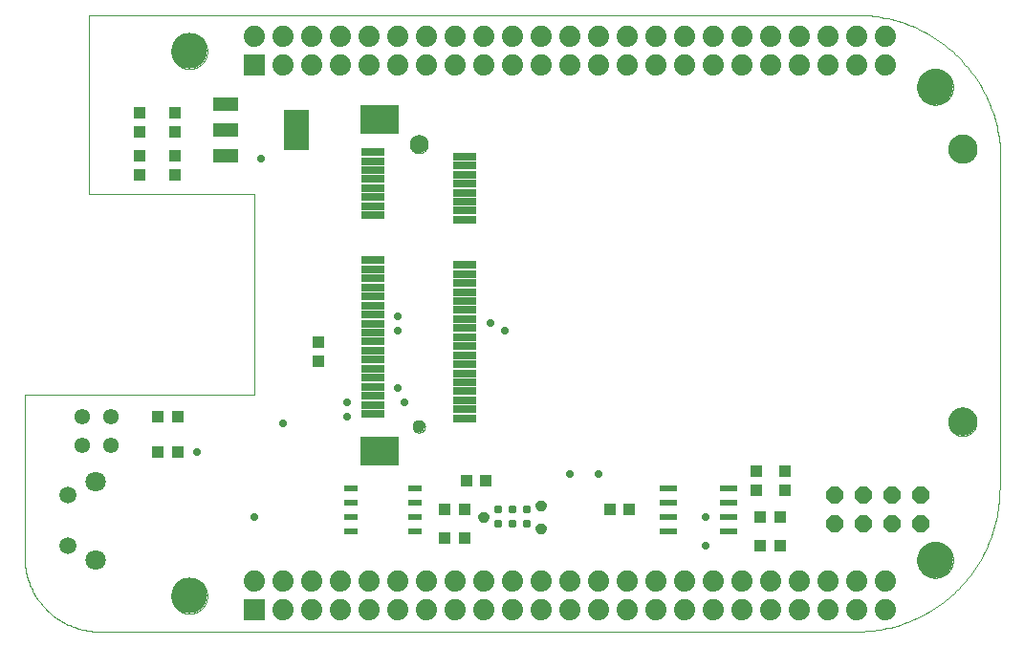
<source format=gts>
G04 EAGLE Gerber RS-274X export*
G75*
%MOMM*%
%FSLAX34Y34*%
%LPD*%
%INTop solder mask*%
%IPPOS*%
%AMOC8*
5,1,8,0,0,1.08239X$1,22.5*%
G01*
%ADD10C,0.000000*%
%ADD11C,1.600000*%
%ADD12C,1.100000*%
%ADD13C,2.500000*%
%ADD14R,2.150000X0.687500*%
%ADD15R,3.387500X2.500000*%
%ADD16C,1.381000*%
%ADD17C,1.498600*%
%ADD18C,1.803400*%
%ADD19R,2.235200X1.219200*%
%ADD20R,2.200000X3.600000*%
%ADD21R,1.200000X0.600000*%
%ADD22R,1.550000X0.600000*%
%ADD23C,3.175000*%
%ADD24R,1.879600X1.879600*%
%ADD25C,1.879600*%
%ADD26R,1.000000X1.100000*%
%ADD27R,1.100000X1.000000*%
%ADD28C,0.787400*%
%ADD29C,0.889000*%
%ADD30P,1.640903X8X22.500000*%
%ADD31P,0.757673X8X22.500000*%


D10*
X63500Y0D02*
X736600Y0D01*
X863600Y127000D02*
X863600Y431800D01*
X742950Y546100D02*
X57150Y546100D01*
X0Y209550D02*
X0Y63500D01*
X57150Y387350D02*
X57150Y546100D01*
X57150Y387350D02*
X203200Y387350D01*
X203200Y209550D01*
X0Y209550D01*
X742950Y546100D02*
X746066Y545912D01*
X749177Y545649D01*
X752279Y545309D01*
X755373Y544893D01*
X758456Y544402D01*
X761525Y543835D01*
X764580Y543193D01*
X767618Y542477D01*
X770638Y541686D01*
X773638Y540822D01*
X776615Y539885D01*
X779568Y538874D01*
X782496Y537792D01*
X785397Y536638D01*
X788268Y535414D01*
X791109Y534119D01*
X793916Y532756D01*
X796690Y531324D01*
X799428Y529824D01*
X802128Y528258D01*
X804789Y526626D01*
X807409Y524930D01*
X809987Y523170D01*
X812521Y521347D01*
X815009Y519462D01*
X817451Y517517D01*
X819844Y515513D01*
X822188Y513451D01*
X824480Y511332D01*
X826720Y509158D01*
X828905Y506929D01*
X831036Y504648D01*
X833109Y502315D01*
X835125Y499932D01*
X837083Y497500D01*
X838979Y495021D01*
X840815Y492496D01*
X842588Y489927D01*
X844298Y487316D01*
X845943Y484663D01*
X847523Y481971D01*
X849036Y479241D01*
X850482Y476474D01*
X851860Y473673D01*
X853169Y470839D01*
X854407Y467974D01*
X855576Y465080D01*
X856673Y462157D01*
X857698Y459209D01*
X858650Y456236D01*
X859530Y453241D01*
X860336Y450225D01*
X861067Y447191D01*
X861724Y444139D01*
X862307Y441073D01*
X862813Y437993D01*
X863245Y434901D01*
X863600Y431800D01*
X863600Y127000D02*
X863563Y123931D01*
X863452Y120864D01*
X863266Y117801D01*
X863007Y114743D01*
X862674Y111692D01*
X862267Y108650D01*
X861787Y105619D01*
X861234Y102600D01*
X860608Y99595D01*
X859910Y96607D01*
X859139Y93636D01*
X858297Y90685D01*
X857384Y87755D01*
X856401Y84848D01*
X855347Y81965D01*
X854224Y79109D01*
X853033Y76281D01*
X851773Y73482D01*
X850446Y70715D01*
X849053Y67980D01*
X847594Y65280D01*
X846070Y62616D01*
X844482Y59990D01*
X842832Y57402D01*
X841119Y54856D01*
X839345Y52351D01*
X837511Y49890D01*
X835619Y47474D01*
X833668Y45105D01*
X831661Y42783D01*
X829598Y40511D01*
X827481Y38289D01*
X825311Y36119D01*
X823089Y34002D01*
X820817Y31939D01*
X818495Y29932D01*
X816126Y27981D01*
X813710Y26089D01*
X811249Y24255D01*
X808744Y22481D01*
X806198Y20768D01*
X803610Y19118D01*
X800984Y17530D01*
X798320Y16006D01*
X795620Y14547D01*
X792885Y13154D01*
X790118Y11827D01*
X787319Y10567D01*
X784491Y9376D01*
X781635Y8253D01*
X778752Y7199D01*
X775845Y6216D01*
X772915Y5303D01*
X769964Y4461D01*
X766993Y3690D01*
X764005Y2992D01*
X761000Y2366D01*
X757981Y1813D01*
X754950Y1333D01*
X751908Y926D01*
X748857Y593D01*
X745799Y334D01*
X742736Y148D01*
X739669Y37D01*
X736600Y0D01*
X63500Y0D02*
X61888Y96D01*
X60279Y231D01*
X58674Y405D01*
X57073Y618D01*
X55478Y870D01*
X53890Y1160D01*
X52309Y1488D01*
X50736Y1855D01*
X49173Y2259D01*
X47620Y2702D01*
X46078Y3181D01*
X44548Y3698D01*
X43032Y4252D01*
X41529Y4842D01*
X40040Y5468D01*
X38568Y6130D01*
X37111Y6828D01*
X35672Y7560D01*
X34252Y8328D01*
X32850Y9129D01*
X31468Y9964D01*
X30106Y10832D01*
X28766Y11733D01*
X27448Y12666D01*
X26153Y13631D01*
X24882Y14626D01*
X23636Y15652D01*
X22414Y16708D01*
X21218Y17794D01*
X20049Y18907D01*
X18907Y20049D01*
X17794Y21218D01*
X16708Y22414D01*
X15652Y23636D01*
X14626Y24882D01*
X13631Y26153D01*
X12666Y27448D01*
X11733Y28766D01*
X10832Y30106D01*
X9964Y31468D01*
X9129Y32850D01*
X8328Y34252D01*
X7560Y35672D01*
X6828Y37111D01*
X6130Y38568D01*
X5468Y40040D01*
X4842Y41529D01*
X4252Y43032D01*
X3698Y44548D01*
X3181Y46078D01*
X2702Y47620D01*
X2259Y49173D01*
X1855Y50736D01*
X1488Y52309D01*
X1160Y53890D01*
X870Y55478D01*
X618Y57073D01*
X405Y58674D01*
X231Y60279D01*
X96Y61888D01*
X0Y63500D01*
X341250Y431800D02*
X341252Y431996D01*
X341260Y432193D01*
X341272Y432389D01*
X341289Y432584D01*
X341310Y432779D01*
X341337Y432974D01*
X341368Y433168D01*
X341404Y433361D01*
X341444Y433553D01*
X341490Y433744D01*
X341540Y433934D01*
X341594Y434122D01*
X341654Y434309D01*
X341718Y434495D01*
X341786Y434679D01*
X341859Y434861D01*
X341936Y435042D01*
X342018Y435220D01*
X342104Y435397D01*
X342195Y435571D01*
X342289Y435743D01*
X342388Y435913D01*
X342491Y436080D01*
X342598Y436245D01*
X342709Y436406D01*
X342824Y436566D01*
X342943Y436722D01*
X343066Y436875D01*
X343192Y437025D01*
X343322Y437172D01*
X343456Y437316D01*
X343593Y437457D01*
X343734Y437594D01*
X343878Y437728D01*
X344025Y437858D01*
X344175Y437984D01*
X344328Y438107D01*
X344484Y438226D01*
X344644Y438341D01*
X344805Y438452D01*
X344970Y438559D01*
X345137Y438662D01*
X345307Y438761D01*
X345479Y438855D01*
X345653Y438946D01*
X345830Y439032D01*
X346008Y439114D01*
X346189Y439191D01*
X346371Y439264D01*
X346555Y439332D01*
X346741Y439396D01*
X346928Y439456D01*
X347116Y439510D01*
X347306Y439560D01*
X347497Y439606D01*
X347689Y439646D01*
X347882Y439682D01*
X348076Y439713D01*
X348271Y439740D01*
X348466Y439761D01*
X348661Y439778D01*
X348857Y439790D01*
X349054Y439798D01*
X349250Y439800D01*
X349446Y439798D01*
X349643Y439790D01*
X349839Y439778D01*
X350034Y439761D01*
X350229Y439740D01*
X350424Y439713D01*
X350618Y439682D01*
X350811Y439646D01*
X351003Y439606D01*
X351194Y439560D01*
X351384Y439510D01*
X351572Y439456D01*
X351759Y439396D01*
X351945Y439332D01*
X352129Y439264D01*
X352311Y439191D01*
X352492Y439114D01*
X352670Y439032D01*
X352847Y438946D01*
X353021Y438855D01*
X353193Y438761D01*
X353363Y438662D01*
X353530Y438559D01*
X353695Y438452D01*
X353856Y438341D01*
X354016Y438226D01*
X354172Y438107D01*
X354325Y437984D01*
X354475Y437858D01*
X354622Y437728D01*
X354766Y437594D01*
X354907Y437457D01*
X355044Y437316D01*
X355178Y437172D01*
X355308Y437025D01*
X355434Y436875D01*
X355557Y436722D01*
X355676Y436566D01*
X355791Y436406D01*
X355902Y436245D01*
X356009Y436080D01*
X356112Y435913D01*
X356211Y435743D01*
X356305Y435571D01*
X356396Y435397D01*
X356482Y435220D01*
X356564Y435042D01*
X356641Y434861D01*
X356714Y434679D01*
X356782Y434495D01*
X356846Y434309D01*
X356906Y434122D01*
X356960Y433934D01*
X357010Y433744D01*
X357056Y433553D01*
X357096Y433361D01*
X357132Y433168D01*
X357163Y432974D01*
X357190Y432779D01*
X357211Y432584D01*
X357228Y432389D01*
X357240Y432193D01*
X357248Y431996D01*
X357250Y431800D01*
X357248Y431604D01*
X357240Y431407D01*
X357228Y431211D01*
X357211Y431016D01*
X357190Y430821D01*
X357163Y430626D01*
X357132Y430432D01*
X357096Y430239D01*
X357056Y430047D01*
X357010Y429856D01*
X356960Y429666D01*
X356906Y429478D01*
X356846Y429291D01*
X356782Y429105D01*
X356714Y428921D01*
X356641Y428739D01*
X356564Y428558D01*
X356482Y428380D01*
X356396Y428203D01*
X356305Y428029D01*
X356211Y427857D01*
X356112Y427687D01*
X356009Y427520D01*
X355902Y427355D01*
X355791Y427194D01*
X355676Y427034D01*
X355557Y426878D01*
X355434Y426725D01*
X355308Y426575D01*
X355178Y426428D01*
X355044Y426284D01*
X354907Y426143D01*
X354766Y426006D01*
X354622Y425872D01*
X354475Y425742D01*
X354325Y425616D01*
X354172Y425493D01*
X354016Y425374D01*
X353856Y425259D01*
X353695Y425148D01*
X353530Y425041D01*
X353363Y424938D01*
X353193Y424839D01*
X353021Y424745D01*
X352847Y424654D01*
X352670Y424568D01*
X352492Y424486D01*
X352311Y424409D01*
X352129Y424336D01*
X351945Y424268D01*
X351759Y424204D01*
X351572Y424144D01*
X351384Y424090D01*
X351194Y424040D01*
X351003Y423994D01*
X350811Y423954D01*
X350618Y423918D01*
X350424Y423887D01*
X350229Y423860D01*
X350034Y423839D01*
X349839Y423822D01*
X349643Y423810D01*
X349446Y423802D01*
X349250Y423800D01*
X349054Y423802D01*
X348857Y423810D01*
X348661Y423822D01*
X348466Y423839D01*
X348271Y423860D01*
X348076Y423887D01*
X347882Y423918D01*
X347689Y423954D01*
X347497Y423994D01*
X347306Y424040D01*
X347116Y424090D01*
X346928Y424144D01*
X346741Y424204D01*
X346555Y424268D01*
X346371Y424336D01*
X346189Y424409D01*
X346008Y424486D01*
X345830Y424568D01*
X345653Y424654D01*
X345479Y424745D01*
X345307Y424839D01*
X345137Y424938D01*
X344970Y425041D01*
X344805Y425148D01*
X344644Y425259D01*
X344484Y425374D01*
X344328Y425493D01*
X344175Y425616D01*
X344025Y425742D01*
X343878Y425872D01*
X343734Y426006D01*
X343593Y426143D01*
X343456Y426284D01*
X343322Y426428D01*
X343192Y426575D01*
X343066Y426725D01*
X342943Y426878D01*
X342824Y427034D01*
X342709Y427194D01*
X342598Y427355D01*
X342491Y427520D01*
X342388Y427687D01*
X342289Y427857D01*
X342195Y428029D01*
X342104Y428203D01*
X342018Y428380D01*
X341936Y428558D01*
X341859Y428739D01*
X341786Y428921D01*
X341718Y429105D01*
X341654Y429291D01*
X341594Y429478D01*
X341540Y429666D01*
X341490Y429856D01*
X341444Y430047D01*
X341404Y430239D01*
X341368Y430432D01*
X341337Y430626D01*
X341310Y430821D01*
X341289Y431016D01*
X341272Y431211D01*
X341260Y431407D01*
X341252Y431604D01*
X341250Y431800D01*
D11*
X349250Y431800D03*
D10*
X343750Y181800D02*
X343752Y181948D01*
X343758Y182096D01*
X343768Y182244D01*
X343782Y182392D01*
X343800Y182539D01*
X343822Y182686D01*
X343848Y182832D01*
X343877Y182977D01*
X343911Y183122D01*
X343949Y183265D01*
X343990Y183408D01*
X344035Y183549D01*
X344085Y183689D01*
X344137Y183827D01*
X344194Y183965D01*
X344254Y184100D01*
X344318Y184234D01*
X344385Y184366D01*
X344456Y184496D01*
X344531Y184625D01*
X344609Y184751D01*
X344690Y184875D01*
X344774Y184997D01*
X344862Y185116D01*
X344953Y185233D01*
X345047Y185348D01*
X345145Y185460D01*
X345245Y185569D01*
X345348Y185676D01*
X345454Y185780D01*
X345562Y185881D01*
X345674Y185979D01*
X345788Y186074D01*
X345904Y186165D01*
X346023Y186254D01*
X346144Y186339D01*
X346268Y186421D01*
X346394Y186500D01*
X346521Y186575D01*
X346651Y186647D01*
X346783Y186716D01*
X346916Y186780D01*
X347051Y186841D01*
X347188Y186899D01*
X347326Y186953D01*
X347466Y187003D01*
X347607Y187049D01*
X347749Y187091D01*
X347892Y187130D01*
X348036Y187164D01*
X348182Y187195D01*
X348327Y187222D01*
X348474Y187245D01*
X348621Y187264D01*
X348769Y187279D01*
X348916Y187290D01*
X349065Y187297D01*
X349213Y187300D01*
X349361Y187299D01*
X349509Y187294D01*
X349657Y187285D01*
X349805Y187272D01*
X349953Y187255D01*
X350099Y187234D01*
X350246Y187209D01*
X350391Y187180D01*
X350536Y187148D01*
X350679Y187111D01*
X350822Y187071D01*
X350964Y187026D01*
X351104Y186978D01*
X351243Y186926D01*
X351380Y186871D01*
X351516Y186811D01*
X351651Y186748D01*
X351783Y186682D01*
X351914Y186612D01*
X352043Y186538D01*
X352169Y186461D01*
X352294Y186381D01*
X352416Y186297D01*
X352537Y186210D01*
X352654Y186120D01*
X352770Y186026D01*
X352882Y185930D01*
X352992Y185831D01*
X353100Y185728D01*
X353204Y185623D01*
X353306Y185515D01*
X353404Y185404D01*
X353500Y185291D01*
X353593Y185175D01*
X353682Y185057D01*
X353768Y184936D01*
X353851Y184813D01*
X353931Y184688D01*
X354007Y184561D01*
X354080Y184431D01*
X354149Y184300D01*
X354214Y184167D01*
X354277Y184033D01*
X354335Y183896D01*
X354390Y183758D01*
X354440Y183619D01*
X354488Y183478D01*
X354531Y183337D01*
X354571Y183194D01*
X354606Y183050D01*
X354638Y182905D01*
X354666Y182759D01*
X354690Y182613D01*
X354710Y182466D01*
X354726Y182318D01*
X354738Y182171D01*
X354746Y182022D01*
X354750Y181874D01*
X354750Y181726D01*
X354746Y181578D01*
X354738Y181429D01*
X354726Y181282D01*
X354710Y181134D01*
X354690Y180987D01*
X354666Y180841D01*
X354638Y180695D01*
X354606Y180550D01*
X354571Y180406D01*
X354531Y180263D01*
X354488Y180122D01*
X354440Y179981D01*
X354390Y179842D01*
X354335Y179704D01*
X354277Y179567D01*
X354214Y179433D01*
X354149Y179300D01*
X354080Y179169D01*
X354007Y179039D01*
X353931Y178912D01*
X353851Y178787D01*
X353768Y178664D01*
X353682Y178543D01*
X353593Y178425D01*
X353500Y178309D01*
X353404Y178196D01*
X353306Y178085D01*
X353204Y177977D01*
X353100Y177872D01*
X352992Y177769D01*
X352882Y177670D01*
X352770Y177574D01*
X352654Y177480D01*
X352537Y177390D01*
X352416Y177303D01*
X352294Y177219D01*
X352169Y177139D01*
X352043Y177062D01*
X351914Y176988D01*
X351783Y176918D01*
X351651Y176852D01*
X351516Y176789D01*
X351380Y176729D01*
X351243Y176674D01*
X351104Y176622D01*
X350964Y176574D01*
X350822Y176529D01*
X350679Y176489D01*
X350536Y176452D01*
X350391Y176420D01*
X350246Y176391D01*
X350099Y176366D01*
X349953Y176345D01*
X349805Y176328D01*
X349657Y176315D01*
X349509Y176306D01*
X349361Y176301D01*
X349213Y176300D01*
X349065Y176303D01*
X348916Y176310D01*
X348769Y176321D01*
X348621Y176336D01*
X348474Y176355D01*
X348327Y176378D01*
X348182Y176405D01*
X348036Y176436D01*
X347892Y176470D01*
X347749Y176509D01*
X347607Y176551D01*
X347466Y176597D01*
X347326Y176647D01*
X347188Y176701D01*
X347051Y176759D01*
X346916Y176820D01*
X346783Y176884D01*
X346651Y176953D01*
X346521Y177025D01*
X346394Y177100D01*
X346268Y177179D01*
X346144Y177261D01*
X346023Y177346D01*
X345904Y177435D01*
X345788Y177526D01*
X345674Y177621D01*
X345562Y177719D01*
X345454Y177820D01*
X345348Y177924D01*
X345245Y178031D01*
X345145Y178140D01*
X345047Y178252D01*
X344953Y178367D01*
X344862Y178484D01*
X344774Y178603D01*
X344690Y178725D01*
X344609Y178849D01*
X344531Y178975D01*
X344456Y179104D01*
X344385Y179234D01*
X344318Y179366D01*
X344254Y179500D01*
X344194Y179635D01*
X344137Y179773D01*
X344085Y179911D01*
X344035Y180051D01*
X343990Y180192D01*
X343949Y180335D01*
X343911Y180478D01*
X343877Y180623D01*
X343848Y180768D01*
X343822Y180914D01*
X343800Y181061D01*
X343782Y181208D01*
X343768Y181356D01*
X343758Y181504D01*
X343752Y181652D01*
X343750Y181800D01*
D12*
X349250Y181800D03*
D10*
X818250Y427800D02*
X818254Y428107D01*
X818265Y428413D01*
X818284Y428720D01*
X818310Y429025D01*
X818344Y429330D01*
X818385Y429634D01*
X818434Y429937D01*
X818490Y430239D01*
X818554Y430539D01*
X818625Y430837D01*
X818703Y431134D01*
X818788Y431429D01*
X818881Y431721D01*
X818981Y432011D01*
X819088Y432299D01*
X819202Y432584D01*
X819322Y432866D01*
X819450Y433144D01*
X819585Y433420D01*
X819726Y433692D01*
X819874Y433961D01*
X820028Y434226D01*
X820189Y434487D01*
X820357Y434745D01*
X820530Y434998D01*
X820710Y435246D01*
X820896Y435490D01*
X821087Y435730D01*
X821285Y435965D01*
X821488Y436194D01*
X821697Y436419D01*
X821911Y436639D01*
X822131Y436853D01*
X822356Y437062D01*
X822585Y437265D01*
X822820Y437463D01*
X823060Y437654D01*
X823304Y437840D01*
X823552Y438020D01*
X823805Y438193D01*
X824063Y438361D01*
X824324Y438522D01*
X824589Y438676D01*
X824858Y438824D01*
X825130Y438965D01*
X825406Y439100D01*
X825684Y439228D01*
X825966Y439348D01*
X826251Y439462D01*
X826539Y439569D01*
X826829Y439669D01*
X827121Y439762D01*
X827416Y439847D01*
X827713Y439925D01*
X828011Y439996D01*
X828311Y440060D01*
X828613Y440116D01*
X828916Y440165D01*
X829220Y440206D01*
X829525Y440240D01*
X829830Y440266D01*
X830137Y440285D01*
X830443Y440296D01*
X830750Y440300D01*
X831057Y440296D01*
X831363Y440285D01*
X831670Y440266D01*
X831975Y440240D01*
X832280Y440206D01*
X832584Y440165D01*
X832887Y440116D01*
X833189Y440060D01*
X833489Y439996D01*
X833787Y439925D01*
X834084Y439847D01*
X834379Y439762D01*
X834671Y439669D01*
X834961Y439569D01*
X835249Y439462D01*
X835534Y439348D01*
X835816Y439228D01*
X836094Y439100D01*
X836370Y438965D01*
X836642Y438824D01*
X836911Y438676D01*
X837176Y438522D01*
X837437Y438361D01*
X837695Y438193D01*
X837948Y438020D01*
X838196Y437840D01*
X838440Y437654D01*
X838680Y437463D01*
X838915Y437265D01*
X839144Y437062D01*
X839369Y436853D01*
X839589Y436639D01*
X839803Y436419D01*
X840012Y436194D01*
X840215Y435965D01*
X840413Y435730D01*
X840604Y435490D01*
X840790Y435246D01*
X840970Y434998D01*
X841143Y434745D01*
X841311Y434487D01*
X841472Y434226D01*
X841626Y433961D01*
X841774Y433692D01*
X841915Y433420D01*
X842050Y433144D01*
X842178Y432866D01*
X842298Y432584D01*
X842412Y432299D01*
X842519Y432011D01*
X842619Y431721D01*
X842712Y431429D01*
X842797Y431134D01*
X842875Y430837D01*
X842946Y430539D01*
X843010Y430239D01*
X843066Y429937D01*
X843115Y429634D01*
X843156Y429330D01*
X843190Y429025D01*
X843216Y428720D01*
X843235Y428413D01*
X843246Y428107D01*
X843250Y427800D01*
X843246Y427493D01*
X843235Y427187D01*
X843216Y426880D01*
X843190Y426575D01*
X843156Y426270D01*
X843115Y425966D01*
X843066Y425663D01*
X843010Y425361D01*
X842946Y425061D01*
X842875Y424763D01*
X842797Y424466D01*
X842712Y424171D01*
X842619Y423879D01*
X842519Y423589D01*
X842412Y423301D01*
X842298Y423016D01*
X842178Y422734D01*
X842050Y422456D01*
X841915Y422180D01*
X841774Y421908D01*
X841626Y421639D01*
X841472Y421374D01*
X841311Y421113D01*
X841143Y420855D01*
X840970Y420602D01*
X840790Y420354D01*
X840604Y420110D01*
X840413Y419870D01*
X840215Y419635D01*
X840012Y419406D01*
X839803Y419181D01*
X839589Y418961D01*
X839369Y418747D01*
X839144Y418538D01*
X838915Y418335D01*
X838680Y418137D01*
X838440Y417946D01*
X838196Y417760D01*
X837948Y417580D01*
X837695Y417407D01*
X837437Y417239D01*
X837176Y417078D01*
X836911Y416924D01*
X836642Y416776D01*
X836370Y416635D01*
X836094Y416500D01*
X835816Y416372D01*
X835534Y416252D01*
X835249Y416138D01*
X834961Y416031D01*
X834671Y415931D01*
X834379Y415838D01*
X834084Y415753D01*
X833787Y415675D01*
X833489Y415604D01*
X833189Y415540D01*
X832887Y415484D01*
X832584Y415435D01*
X832280Y415394D01*
X831975Y415360D01*
X831670Y415334D01*
X831363Y415315D01*
X831057Y415304D01*
X830750Y415300D01*
X830443Y415304D01*
X830137Y415315D01*
X829830Y415334D01*
X829525Y415360D01*
X829220Y415394D01*
X828916Y415435D01*
X828613Y415484D01*
X828311Y415540D01*
X828011Y415604D01*
X827713Y415675D01*
X827416Y415753D01*
X827121Y415838D01*
X826829Y415931D01*
X826539Y416031D01*
X826251Y416138D01*
X825966Y416252D01*
X825684Y416372D01*
X825406Y416500D01*
X825130Y416635D01*
X824858Y416776D01*
X824589Y416924D01*
X824324Y417078D01*
X824063Y417239D01*
X823805Y417407D01*
X823552Y417580D01*
X823304Y417760D01*
X823060Y417946D01*
X822820Y418137D01*
X822585Y418335D01*
X822356Y418538D01*
X822131Y418747D01*
X821911Y418961D01*
X821697Y419181D01*
X821488Y419406D01*
X821285Y419635D01*
X821087Y419870D01*
X820896Y420110D01*
X820710Y420354D01*
X820530Y420602D01*
X820357Y420855D01*
X820189Y421113D01*
X820028Y421374D01*
X819874Y421639D01*
X819726Y421908D01*
X819585Y422180D01*
X819450Y422456D01*
X819322Y422734D01*
X819202Y423016D01*
X819088Y423301D01*
X818981Y423589D01*
X818881Y423879D01*
X818788Y424171D01*
X818703Y424466D01*
X818625Y424763D01*
X818554Y425061D01*
X818490Y425361D01*
X818434Y425663D01*
X818385Y425966D01*
X818344Y426270D01*
X818310Y426575D01*
X818284Y426880D01*
X818265Y427187D01*
X818254Y427493D01*
X818250Y427800D01*
D13*
X830750Y427800D03*
D10*
X818250Y185800D02*
X818254Y186107D01*
X818265Y186413D01*
X818284Y186720D01*
X818310Y187025D01*
X818344Y187330D01*
X818385Y187634D01*
X818434Y187937D01*
X818490Y188239D01*
X818554Y188539D01*
X818625Y188837D01*
X818703Y189134D01*
X818788Y189429D01*
X818881Y189721D01*
X818981Y190011D01*
X819088Y190299D01*
X819202Y190584D01*
X819322Y190866D01*
X819450Y191144D01*
X819585Y191420D01*
X819726Y191692D01*
X819874Y191961D01*
X820028Y192226D01*
X820189Y192487D01*
X820357Y192745D01*
X820530Y192998D01*
X820710Y193246D01*
X820896Y193490D01*
X821087Y193730D01*
X821285Y193965D01*
X821488Y194194D01*
X821697Y194419D01*
X821911Y194639D01*
X822131Y194853D01*
X822356Y195062D01*
X822585Y195265D01*
X822820Y195463D01*
X823060Y195654D01*
X823304Y195840D01*
X823552Y196020D01*
X823805Y196193D01*
X824063Y196361D01*
X824324Y196522D01*
X824589Y196676D01*
X824858Y196824D01*
X825130Y196965D01*
X825406Y197100D01*
X825684Y197228D01*
X825966Y197348D01*
X826251Y197462D01*
X826539Y197569D01*
X826829Y197669D01*
X827121Y197762D01*
X827416Y197847D01*
X827713Y197925D01*
X828011Y197996D01*
X828311Y198060D01*
X828613Y198116D01*
X828916Y198165D01*
X829220Y198206D01*
X829525Y198240D01*
X829830Y198266D01*
X830137Y198285D01*
X830443Y198296D01*
X830750Y198300D01*
X831057Y198296D01*
X831363Y198285D01*
X831670Y198266D01*
X831975Y198240D01*
X832280Y198206D01*
X832584Y198165D01*
X832887Y198116D01*
X833189Y198060D01*
X833489Y197996D01*
X833787Y197925D01*
X834084Y197847D01*
X834379Y197762D01*
X834671Y197669D01*
X834961Y197569D01*
X835249Y197462D01*
X835534Y197348D01*
X835816Y197228D01*
X836094Y197100D01*
X836370Y196965D01*
X836642Y196824D01*
X836911Y196676D01*
X837176Y196522D01*
X837437Y196361D01*
X837695Y196193D01*
X837948Y196020D01*
X838196Y195840D01*
X838440Y195654D01*
X838680Y195463D01*
X838915Y195265D01*
X839144Y195062D01*
X839369Y194853D01*
X839589Y194639D01*
X839803Y194419D01*
X840012Y194194D01*
X840215Y193965D01*
X840413Y193730D01*
X840604Y193490D01*
X840790Y193246D01*
X840970Y192998D01*
X841143Y192745D01*
X841311Y192487D01*
X841472Y192226D01*
X841626Y191961D01*
X841774Y191692D01*
X841915Y191420D01*
X842050Y191144D01*
X842178Y190866D01*
X842298Y190584D01*
X842412Y190299D01*
X842519Y190011D01*
X842619Y189721D01*
X842712Y189429D01*
X842797Y189134D01*
X842875Y188837D01*
X842946Y188539D01*
X843010Y188239D01*
X843066Y187937D01*
X843115Y187634D01*
X843156Y187330D01*
X843190Y187025D01*
X843216Y186720D01*
X843235Y186413D01*
X843246Y186107D01*
X843250Y185800D01*
X843246Y185493D01*
X843235Y185187D01*
X843216Y184880D01*
X843190Y184575D01*
X843156Y184270D01*
X843115Y183966D01*
X843066Y183663D01*
X843010Y183361D01*
X842946Y183061D01*
X842875Y182763D01*
X842797Y182466D01*
X842712Y182171D01*
X842619Y181879D01*
X842519Y181589D01*
X842412Y181301D01*
X842298Y181016D01*
X842178Y180734D01*
X842050Y180456D01*
X841915Y180180D01*
X841774Y179908D01*
X841626Y179639D01*
X841472Y179374D01*
X841311Y179113D01*
X841143Y178855D01*
X840970Y178602D01*
X840790Y178354D01*
X840604Y178110D01*
X840413Y177870D01*
X840215Y177635D01*
X840012Y177406D01*
X839803Y177181D01*
X839589Y176961D01*
X839369Y176747D01*
X839144Y176538D01*
X838915Y176335D01*
X838680Y176137D01*
X838440Y175946D01*
X838196Y175760D01*
X837948Y175580D01*
X837695Y175407D01*
X837437Y175239D01*
X837176Y175078D01*
X836911Y174924D01*
X836642Y174776D01*
X836370Y174635D01*
X836094Y174500D01*
X835816Y174372D01*
X835534Y174252D01*
X835249Y174138D01*
X834961Y174031D01*
X834671Y173931D01*
X834379Y173838D01*
X834084Y173753D01*
X833787Y173675D01*
X833489Y173604D01*
X833189Y173540D01*
X832887Y173484D01*
X832584Y173435D01*
X832280Y173394D01*
X831975Y173360D01*
X831670Y173334D01*
X831363Y173315D01*
X831057Y173304D01*
X830750Y173300D01*
X830443Y173304D01*
X830137Y173315D01*
X829830Y173334D01*
X829525Y173360D01*
X829220Y173394D01*
X828916Y173435D01*
X828613Y173484D01*
X828311Y173540D01*
X828011Y173604D01*
X827713Y173675D01*
X827416Y173753D01*
X827121Y173838D01*
X826829Y173931D01*
X826539Y174031D01*
X826251Y174138D01*
X825966Y174252D01*
X825684Y174372D01*
X825406Y174500D01*
X825130Y174635D01*
X824858Y174776D01*
X824589Y174924D01*
X824324Y175078D01*
X824063Y175239D01*
X823805Y175407D01*
X823552Y175580D01*
X823304Y175760D01*
X823060Y175946D01*
X822820Y176137D01*
X822585Y176335D01*
X822356Y176538D01*
X822131Y176747D01*
X821911Y176961D01*
X821697Y177181D01*
X821488Y177406D01*
X821285Y177635D01*
X821087Y177870D01*
X820896Y178110D01*
X820710Y178354D01*
X820530Y178602D01*
X820357Y178855D01*
X820189Y179113D01*
X820028Y179374D01*
X819874Y179639D01*
X819726Y179908D01*
X819585Y180180D01*
X819450Y180456D01*
X819322Y180734D01*
X819202Y181016D01*
X819088Y181301D01*
X818981Y181589D01*
X818881Y181879D01*
X818788Y182171D01*
X818703Y182466D01*
X818625Y182763D01*
X818554Y183061D01*
X818490Y183361D01*
X818434Y183663D01*
X818385Y183966D01*
X818344Y184270D01*
X818310Y184575D01*
X818284Y184880D01*
X818265Y185187D01*
X818254Y185493D01*
X818250Y185800D01*
D13*
X830750Y185800D03*
D14*
X308250Y424863D03*
X308250Y416863D03*
X308250Y408863D03*
X308250Y400863D03*
X308250Y392863D03*
X308250Y384863D03*
X308250Y376863D03*
X308250Y368863D03*
X308250Y328863D03*
X308250Y320863D03*
X308250Y312863D03*
X308250Y304863D03*
X308250Y296863D03*
X308250Y288863D03*
X308250Y280863D03*
X308250Y272863D03*
X308250Y264863D03*
X308250Y256863D03*
X308250Y248863D03*
X308250Y240863D03*
X308250Y232863D03*
X308250Y224863D03*
X308250Y216863D03*
X308250Y208863D03*
X308250Y200863D03*
X308250Y192863D03*
D15*
X314188Y160300D03*
X314313Y453300D03*
D14*
X390250Y420863D03*
X390250Y412863D03*
X390250Y404863D03*
X390250Y396863D03*
X390250Y388863D03*
X390250Y380863D03*
X390250Y372863D03*
X390250Y364863D03*
X390250Y324863D03*
X390250Y316863D03*
X390250Y308863D03*
X390250Y300863D03*
X390250Y292863D03*
X390250Y284863D03*
X390250Y276863D03*
X390250Y268863D03*
X390250Y260863D03*
X390250Y252863D03*
X390250Y244863D03*
X390250Y236863D03*
X390250Y228863D03*
X390250Y220863D03*
X390250Y212863D03*
X390250Y204863D03*
X390250Y196863D03*
X390250Y188863D03*
D16*
X76200Y165100D03*
X76200Y190500D03*
X50800Y165100D03*
X50800Y190500D03*
D17*
X38100Y120650D03*
X38100Y75692D03*
D18*
X62992Y133096D03*
X62992Y62992D03*
D19*
X178562Y467614D03*
X178562Y444500D03*
X178562Y421386D03*
D20*
X240540Y444500D03*
D21*
X289500Y127000D03*
X289500Y114300D03*
X289500Y101600D03*
X289500Y88900D03*
X345500Y88900D03*
X345500Y101600D03*
X345500Y114300D03*
X345500Y127000D03*
D22*
X569900Y127000D03*
X569900Y114300D03*
X569900Y101600D03*
X569900Y88900D03*
X623900Y88900D03*
X623900Y101600D03*
X623900Y114300D03*
X623900Y127000D03*
D10*
X130175Y31750D02*
X130180Y32140D01*
X130194Y32529D01*
X130218Y32918D01*
X130251Y33306D01*
X130294Y33693D01*
X130347Y34079D01*
X130409Y34464D01*
X130480Y34847D01*
X130561Y35228D01*
X130651Y35607D01*
X130750Y35984D01*
X130859Y36358D01*
X130976Y36730D01*
X131103Y37098D01*
X131239Y37463D01*
X131383Y37825D01*
X131537Y38183D01*
X131699Y38537D01*
X131870Y38888D01*
X132049Y39233D01*
X132237Y39575D01*
X132434Y39911D01*
X132638Y40243D01*
X132850Y40570D01*
X133071Y40891D01*
X133299Y41207D01*
X133535Y41517D01*
X133778Y41821D01*
X134029Y42119D01*
X134287Y42411D01*
X134553Y42696D01*
X134825Y42975D01*
X135104Y43247D01*
X135389Y43513D01*
X135681Y43771D01*
X135979Y44022D01*
X136283Y44265D01*
X136593Y44501D01*
X136909Y44729D01*
X137230Y44950D01*
X137557Y45162D01*
X137889Y45366D01*
X138225Y45563D01*
X138567Y45751D01*
X138912Y45930D01*
X139263Y46101D01*
X139617Y46263D01*
X139975Y46417D01*
X140337Y46561D01*
X140702Y46697D01*
X141070Y46824D01*
X141442Y46941D01*
X141816Y47050D01*
X142193Y47149D01*
X142572Y47239D01*
X142953Y47320D01*
X143336Y47391D01*
X143721Y47453D01*
X144107Y47506D01*
X144494Y47549D01*
X144882Y47582D01*
X145271Y47606D01*
X145660Y47620D01*
X146050Y47625D01*
X146440Y47620D01*
X146829Y47606D01*
X147218Y47582D01*
X147606Y47549D01*
X147993Y47506D01*
X148379Y47453D01*
X148764Y47391D01*
X149147Y47320D01*
X149528Y47239D01*
X149907Y47149D01*
X150284Y47050D01*
X150658Y46941D01*
X151030Y46824D01*
X151398Y46697D01*
X151763Y46561D01*
X152125Y46417D01*
X152483Y46263D01*
X152837Y46101D01*
X153188Y45930D01*
X153533Y45751D01*
X153875Y45563D01*
X154211Y45366D01*
X154543Y45162D01*
X154870Y44950D01*
X155191Y44729D01*
X155507Y44501D01*
X155817Y44265D01*
X156121Y44022D01*
X156419Y43771D01*
X156711Y43513D01*
X156996Y43247D01*
X157275Y42975D01*
X157547Y42696D01*
X157813Y42411D01*
X158071Y42119D01*
X158322Y41821D01*
X158565Y41517D01*
X158801Y41207D01*
X159029Y40891D01*
X159250Y40570D01*
X159462Y40243D01*
X159666Y39911D01*
X159863Y39575D01*
X160051Y39233D01*
X160230Y38888D01*
X160401Y38537D01*
X160563Y38183D01*
X160717Y37825D01*
X160861Y37463D01*
X160997Y37098D01*
X161124Y36730D01*
X161241Y36358D01*
X161350Y35984D01*
X161449Y35607D01*
X161539Y35228D01*
X161620Y34847D01*
X161691Y34464D01*
X161753Y34079D01*
X161806Y33693D01*
X161849Y33306D01*
X161882Y32918D01*
X161906Y32529D01*
X161920Y32140D01*
X161925Y31750D01*
X161920Y31360D01*
X161906Y30971D01*
X161882Y30582D01*
X161849Y30194D01*
X161806Y29807D01*
X161753Y29421D01*
X161691Y29036D01*
X161620Y28653D01*
X161539Y28272D01*
X161449Y27893D01*
X161350Y27516D01*
X161241Y27142D01*
X161124Y26770D01*
X160997Y26402D01*
X160861Y26037D01*
X160717Y25675D01*
X160563Y25317D01*
X160401Y24963D01*
X160230Y24612D01*
X160051Y24267D01*
X159863Y23925D01*
X159666Y23589D01*
X159462Y23257D01*
X159250Y22930D01*
X159029Y22609D01*
X158801Y22293D01*
X158565Y21983D01*
X158322Y21679D01*
X158071Y21381D01*
X157813Y21089D01*
X157547Y20804D01*
X157275Y20525D01*
X156996Y20253D01*
X156711Y19987D01*
X156419Y19729D01*
X156121Y19478D01*
X155817Y19235D01*
X155507Y18999D01*
X155191Y18771D01*
X154870Y18550D01*
X154543Y18338D01*
X154211Y18134D01*
X153875Y17937D01*
X153533Y17749D01*
X153188Y17570D01*
X152837Y17399D01*
X152483Y17237D01*
X152125Y17083D01*
X151763Y16939D01*
X151398Y16803D01*
X151030Y16676D01*
X150658Y16559D01*
X150284Y16450D01*
X149907Y16351D01*
X149528Y16261D01*
X149147Y16180D01*
X148764Y16109D01*
X148379Y16047D01*
X147993Y15994D01*
X147606Y15951D01*
X147218Y15918D01*
X146829Y15894D01*
X146440Y15880D01*
X146050Y15875D01*
X145660Y15880D01*
X145271Y15894D01*
X144882Y15918D01*
X144494Y15951D01*
X144107Y15994D01*
X143721Y16047D01*
X143336Y16109D01*
X142953Y16180D01*
X142572Y16261D01*
X142193Y16351D01*
X141816Y16450D01*
X141442Y16559D01*
X141070Y16676D01*
X140702Y16803D01*
X140337Y16939D01*
X139975Y17083D01*
X139617Y17237D01*
X139263Y17399D01*
X138912Y17570D01*
X138567Y17749D01*
X138225Y17937D01*
X137889Y18134D01*
X137557Y18338D01*
X137230Y18550D01*
X136909Y18771D01*
X136593Y18999D01*
X136283Y19235D01*
X135979Y19478D01*
X135681Y19729D01*
X135389Y19987D01*
X135104Y20253D01*
X134825Y20525D01*
X134553Y20804D01*
X134287Y21089D01*
X134029Y21381D01*
X133778Y21679D01*
X133535Y21983D01*
X133299Y22293D01*
X133071Y22609D01*
X132850Y22930D01*
X132638Y23257D01*
X132434Y23589D01*
X132237Y23925D01*
X132049Y24267D01*
X131870Y24612D01*
X131699Y24963D01*
X131537Y25317D01*
X131383Y25675D01*
X131239Y26037D01*
X131103Y26402D01*
X130976Y26770D01*
X130859Y27142D01*
X130750Y27516D01*
X130651Y27893D01*
X130561Y28272D01*
X130480Y28653D01*
X130409Y29036D01*
X130347Y29421D01*
X130294Y29807D01*
X130251Y30194D01*
X130218Y30582D01*
X130194Y30971D01*
X130180Y31360D01*
X130175Y31750D01*
D23*
X146050Y31750D03*
D10*
X790575Y63500D02*
X790580Y63890D01*
X790594Y64279D01*
X790618Y64668D01*
X790651Y65056D01*
X790694Y65443D01*
X790747Y65829D01*
X790809Y66214D01*
X790880Y66597D01*
X790961Y66978D01*
X791051Y67357D01*
X791150Y67734D01*
X791259Y68108D01*
X791376Y68480D01*
X791503Y68848D01*
X791639Y69213D01*
X791783Y69575D01*
X791937Y69933D01*
X792099Y70287D01*
X792270Y70638D01*
X792449Y70983D01*
X792637Y71325D01*
X792834Y71661D01*
X793038Y71993D01*
X793250Y72320D01*
X793471Y72641D01*
X793699Y72957D01*
X793935Y73267D01*
X794178Y73571D01*
X794429Y73869D01*
X794687Y74161D01*
X794953Y74446D01*
X795225Y74725D01*
X795504Y74997D01*
X795789Y75263D01*
X796081Y75521D01*
X796379Y75772D01*
X796683Y76015D01*
X796993Y76251D01*
X797309Y76479D01*
X797630Y76700D01*
X797957Y76912D01*
X798289Y77116D01*
X798625Y77313D01*
X798967Y77501D01*
X799312Y77680D01*
X799663Y77851D01*
X800017Y78013D01*
X800375Y78167D01*
X800737Y78311D01*
X801102Y78447D01*
X801470Y78574D01*
X801842Y78691D01*
X802216Y78800D01*
X802593Y78899D01*
X802972Y78989D01*
X803353Y79070D01*
X803736Y79141D01*
X804121Y79203D01*
X804507Y79256D01*
X804894Y79299D01*
X805282Y79332D01*
X805671Y79356D01*
X806060Y79370D01*
X806450Y79375D01*
X806840Y79370D01*
X807229Y79356D01*
X807618Y79332D01*
X808006Y79299D01*
X808393Y79256D01*
X808779Y79203D01*
X809164Y79141D01*
X809547Y79070D01*
X809928Y78989D01*
X810307Y78899D01*
X810684Y78800D01*
X811058Y78691D01*
X811430Y78574D01*
X811798Y78447D01*
X812163Y78311D01*
X812525Y78167D01*
X812883Y78013D01*
X813237Y77851D01*
X813588Y77680D01*
X813933Y77501D01*
X814275Y77313D01*
X814611Y77116D01*
X814943Y76912D01*
X815270Y76700D01*
X815591Y76479D01*
X815907Y76251D01*
X816217Y76015D01*
X816521Y75772D01*
X816819Y75521D01*
X817111Y75263D01*
X817396Y74997D01*
X817675Y74725D01*
X817947Y74446D01*
X818213Y74161D01*
X818471Y73869D01*
X818722Y73571D01*
X818965Y73267D01*
X819201Y72957D01*
X819429Y72641D01*
X819650Y72320D01*
X819862Y71993D01*
X820066Y71661D01*
X820263Y71325D01*
X820451Y70983D01*
X820630Y70638D01*
X820801Y70287D01*
X820963Y69933D01*
X821117Y69575D01*
X821261Y69213D01*
X821397Y68848D01*
X821524Y68480D01*
X821641Y68108D01*
X821750Y67734D01*
X821849Y67357D01*
X821939Y66978D01*
X822020Y66597D01*
X822091Y66214D01*
X822153Y65829D01*
X822206Y65443D01*
X822249Y65056D01*
X822282Y64668D01*
X822306Y64279D01*
X822320Y63890D01*
X822325Y63500D01*
X822320Y63110D01*
X822306Y62721D01*
X822282Y62332D01*
X822249Y61944D01*
X822206Y61557D01*
X822153Y61171D01*
X822091Y60786D01*
X822020Y60403D01*
X821939Y60022D01*
X821849Y59643D01*
X821750Y59266D01*
X821641Y58892D01*
X821524Y58520D01*
X821397Y58152D01*
X821261Y57787D01*
X821117Y57425D01*
X820963Y57067D01*
X820801Y56713D01*
X820630Y56362D01*
X820451Y56017D01*
X820263Y55675D01*
X820066Y55339D01*
X819862Y55007D01*
X819650Y54680D01*
X819429Y54359D01*
X819201Y54043D01*
X818965Y53733D01*
X818722Y53429D01*
X818471Y53131D01*
X818213Y52839D01*
X817947Y52554D01*
X817675Y52275D01*
X817396Y52003D01*
X817111Y51737D01*
X816819Y51479D01*
X816521Y51228D01*
X816217Y50985D01*
X815907Y50749D01*
X815591Y50521D01*
X815270Y50300D01*
X814943Y50088D01*
X814611Y49884D01*
X814275Y49687D01*
X813933Y49499D01*
X813588Y49320D01*
X813237Y49149D01*
X812883Y48987D01*
X812525Y48833D01*
X812163Y48689D01*
X811798Y48553D01*
X811430Y48426D01*
X811058Y48309D01*
X810684Y48200D01*
X810307Y48101D01*
X809928Y48011D01*
X809547Y47930D01*
X809164Y47859D01*
X808779Y47797D01*
X808393Y47744D01*
X808006Y47701D01*
X807618Y47668D01*
X807229Y47644D01*
X806840Y47630D01*
X806450Y47625D01*
X806060Y47630D01*
X805671Y47644D01*
X805282Y47668D01*
X804894Y47701D01*
X804507Y47744D01*
X804121Y47797D01*
X803736Y47859D01*
X803353Y47930D01*
X802972Y48011D01*
X802593Y48101D01*
X802216Y48200D01*
X801842Y48309D01*
X801470Y48426D01*
X801102Y48553D01*
X800737Y48689D01*
X800375Y48833D01*
X800017Y48987D01*
X799663Y49149D01*
X799312Y49320D01*
X798967Y49499D01*
X798625Y49687D01*
X798289Y49884D01*
X797957Y50088D01*
X797630Y50300D01*
X797309Y50521D01*
X796993Y50749D01*
X796683Y50985D01*
X796379Y51228D01*
X796081Y51479D01*
X795789Y51737D01*
X795504Y52003D01*
X795225Y52275D01*
X794953Y52554D01*
X794687Y52839D01*
X794429Y53131D01*
X794178Y53429D01*
X793935Y53733D01*
X793699Y54043D01*
X793471Y54359D01*
X793250Y54680D01*
X793038Y55007D01*
X792834Y55339D01*
X792637Y55675D01*
X792449Y56017D01*
X792270Y56362D01*
X792099Y56713D01*
X791937Y57067D01*
X791783Y57425D01*
X791639Y57787D01*
X791503Y58152D01*
X791376Y58520D01*
X791259Y58892D01*
X791150Y59266D01*
X791051Y59643D01*
X790961Y60022D01*
X790880Y60403D01*
X790809Y60786D01*
X790747Y61171D01*
X790694Y61557D01*
X790651Y61944D01*
X790618Y62332D01*
X790594Y62721D01*
X790580Y63110D01*
X790575Y63500D01*
D23*
X806450Y63500D03*
D10*
X790575Y482600D02*
X790580Y482990D01*
X790594Y483379D01*
X790618Y483768D01*
X790651Y484156D01*
X790694Y484543D01*
X790747Y484929D01*
X790809Y485314D01*
X790880Y485697D01*
X790961Y486078D01*
X791051Y486457D01*
X791150Y486834D01*
X791259Y487208D01*
X791376Y487580D01*
X791503Y487948D01*
X791639Y488313D01*
X791783Y488675D01*
X791937Y489033D01*
X792099Y489387D01*
X792270Y489738D01*
X792449Y490083D01*
X792637Y490425D01*
X792834Y490761D01*
X793038Y491093D01*
X793250Y491420D01*
X793471Y491741D01*
X793699Y492057D01*
X793935Y492367D01*
X794178Y492671D01*
X794429Y492969D01*
X794687Y493261D01*
X794953Y493546D01*
X795225Y493825D01*
X795504Y494097D01*
X795789Y494363D01*
X796081Y494621D01*
X796379Y494872D01*
X796683Y495115D01*
X796993Y495351D01*
X797309Y495579D01*
X797630Y495800D01*
X797957Y496012D01*
X798289Y496216D01*
X798625Y496413D01*
X798967Y496601D01*
X799312Y496780D01*
X799663Y496951D01*
X800017Y497113D01*
X800375Y497267D01*
X800737Y497411D01*
X801102Y497547D01*
X801470Y497674D01*
X801842Y497791D01*
X802216Y497900D01*
X802593Y497999D01*
X802972Y498089D01*
X803353Y498170D01*
X803736Y498241D01*
X804121Y498303D01*
X804507Y498356D01*
X804894Y498399D01*
X805282Y498432D01*
X805671Y498456D01*
X806060Y498470D01*
X806450Y498475D01*
X806840Y498470D01*
X807229Y498456D01*
X807618Y498432D01*
X808006Y498399D01*
X808393Y498356D01*
X808779Y498303D01*
X809164Y498241D01*
X809547Y498170D01*
X809928Y498089D01*
X810307Y497999D01*
X810684Y497900D01*
X811058Y497791D01*
X811430Y497674D01*
X811798Y497547D01*
X812163Y497411D01*
X812525Y497267D01*
X812883Y497113D01*
X813237Y496951D01*
X813588Y496780D01*
X813933Y496601D01*
X814275Y496413D01*
X814611Y496216D01*
X814943Y496012D01*
X815270Y495800D01*
X815591Y495579D01*
X815907Y495351D01*
X816217Y495115D01*
X816521Y494872D01*
X816819Y494621D01*
X817111Y494363D01*
X817396Y494097D01*
X817675Y493825D01*
X817947Y493546D01*
X818213Y493261D01*
X818471Y492969D01*
X818722Y492671D01*
X818965Y492367D01*
X819201Y492057D01*
X819429Y491741D01*
X819650Y491420D01*
X819862Y491093D01*
X820066Y490761D01*
X820263Y490425D01*
X820451Y490083D01*
X820630Y489738D01*
X820801Y489387D01*
X820963Y489033D01*
X821117Y488675D01*
X821261Y488313D01*
X821397Y487948D01*
X821524Y487580D01*
X821641Y487208D01*
X821750Y486834D01*
X821849Y486457D01*
X821939Y486078D01*
X822020Y485697D01*
X822091Y485314D01*
X822153Y484929D01*
X822206Y484543D01*
X822249Y484156D01*
X822282Y483768D01*
X822306Y483379D01*
X822320Y482990D01*
X822325Y482600D01*
X822320Y482210D01*
X822306Y481821D01*
X822282Y481432D01*
X822249Y481044D01*
X822206Y480657D01*
X822153Y480271D01*
X822091Y479886D01*
X822020Y479503D01*
X821939Y479122D01*
X821849Y478743D01*
X821750Y478366D01*
X821641Y477992D01*
X821524Y477620D01*
X821397Y477252D01*
X821261Y476887D01*
X821117Y476525D01*
X820963Y476167D01*
X820801Y475813D01*
X820630Y475462D01*
X820451Y475117D01*
X820263Y474775D01*
X820066Y474439D01*
X819862Y474107D01*
X819650Y473780D01*
X819429Y473459D01*
X819201Y473143D01*
X818965Y472833D01*
X818722Y472529D01*
X818471Y472231D01*
X818213Y471939D01*
X817947Y471654D01*
X817675Y471375D01*
X817396Y471103D01*
X817111Y470837D01*
X816819Y470579D01*
X816521Y470328D01*
X816217Y470085D01*
X815907Y469849D01*
X815591Y469621D01*
X815270Y469400D01*
X814943Y469188D01*
X814611Y468984D01*
X814275Y468787D01*
X813933Y468599D01*
X813588Y468420D01*
X813237Y468249D01*
X812883Y468087D01*
X812525Y467933D01*
X812163Y467789D01*
X811798Y467653D01*
X811430Y467526D01*
X811058Y467409D01*
X810684Y467300D01*
X810307Y467201D01*
X809928Y467111D01*
X809547Y467030D01*
X809164Y466959D01*
X808779Y466897D01*
X808393Y466844D01*
X808006Y466801D01*
X807618Y466768D01*
X807229Y466744D01*
X806840Y466730D01*
X806450Y466725D01*
X806060Y466730D01*
X805671Y466744D01*
X805282Y466768D01*
X804894Y466801D01*
X804507Y466844D01*
X804121Y466897D01*
X803736Y466959D01*
X803353Y467030D01*
X802972Y467111D01*
X802593Y467201D01*
X802216Y467300D01*
X801842Y467409D01*
X801470Y467526D01*
X801102Y467653D01*
X800737Y467789D01*
X800375Y467933D01*
X800017Y468087D01*
X799663Y468249D01*
X799312Y468420D01*
X798967Y468599D01*
X798625Y468787D01*
X798289Y468984D01*
X797957Y469188D01*
X797630Y469400D01*
X797309Y469621D01*
X796993Y469849D01*
X796683Y470085D01*
X796379Y470328D01*
X796081Y470579D01*
X795789Y470837D01*
X795504Y471103D01*
X795225Y471375D01*
X794953Y471654D01*
X794687Y471939D01*
X794429Y472231D01*
X794178Y472529D01*
X793935Y472833D01*
X793699Y473143D01*
X793471Y473459D01*
X793250Y473780D01*
X793038Y474107D01*
X792834Y474439D01*
X792637Y474775D01*
X792449Y475117D01*
X792270Y475462D01*
X792099Y475813D01*
X791937Y476167D01*
X791783Y476525D01*
X791639Y476887D01*
X791503Y477252D01*
X791376Y477620D01*
X791259Y477992D01*
X791150Y478366D01*
X791051Y478743D01*
X790961Y479122D01*
X790880Y479503D01*
X790809Y479886D01*
X790747Y480271D01*
X790694Y480657D01*
X790651Y481044D01*
X790618Y481432D01*
X790594Y481821D01*
X790580Y482210D01*
X790575Y482600D01*
D23*
X806450Y482600D03*
D10*
X130175Y514350D02*
X130180Y514740D01*
X130194Y515129D01*
X130218Y515518D01*
X130251Y515906D01*
X130294Y516293D01*
X130347Y516679D01*
X130409Y517064D01*
X130480Y517447D01*
X130561Y517828D01*
X130651Y518207D01*
X130750Y518584D01*
X130859Y518958D01*
X130976Y519330D01*
X131103Y519698D01*
X131239Y520063D01*
X131383Y520425D01*
X131537Y520783D01*
X131699Y521137D01*
X131870Y521488D01*
X132049Y521833D01*
X132237Y522175D01*
X132434Y522511D01*
X132638Y522843D01*
X132850Y523170D01*
X133071Y523491D01*
X133299Y523807D01*
X133535Y524117D01*
X133778Y524421D01*
X134029Y524719D01*
X134287Y525011D01*
X134553Y525296D01*
X134825Y525575D01*
X135104Y525847D01*
X135389Y526113D01*
X135681Y526371D01*
X135979Y526622D01*
X136283Y526865D01*
X136593Y527101D01*
X136909Y527329D01*
X137230Y527550D01*
X137557Y527762D01*
X137889Y527966D01*
X138225Y528163D01*
X138567Y528351D01*
X138912Y528530D01*
X139263Y528701D01*
X139617Y528863D01*
X139975Y529017D01*
X140337Y529161D01*
X140702Y529297D01*
X141070Y529424D01*
X141442Y529541D01*
X141816Y529650D01*
X142193Y529749D01*
X142572Y529839D01*
X142953Y529920D01*
X143336Y529991D01*
X143721Y530053D01*
X144107Y530106D01*
X144494Y530149D01*
X144882Y530182D01*
X145271Y530206D01*
X145660Y530220D01*
X146050Y530225D01*
X146440Y530220D01*
X146829Y530206D01*
X147218Y530182D01*
X147606Y530149D01*
X147993Y530106D01*
X148379Y530053D01*
X148764Y529991D01*
X149147Y529920D01*
X149528Y529839D01*
X149907Y529749D01*
X150284Y529650D01*
X150658Y529541D01*
X151030Y529424D01*
X151398Y529297D01*
X151763Y529161D01*
X152125Y529017D01*
X152483Y528863D01*
X152837Y528701D01*
X153188Y528530D01*
X153533Y528351D01*
X153875Y528163D01*
X154211Y527966D01*
X154543Y527762D01*
X154870Y527550D01*
X155191Y527329D01*
X155507Y527101D01*
X155817Y526865D01*
X156121Y526622D01*
X156419Y526371D01*
X156711Y526113D01*
X156996Y525847D01*
X157275Y525575D01*
X157547Y525296D01*
X157813Y525011D01*
X158071Y524719D01*
X158322Y524421D01*
X158565Y524117D01*
X158801Y523807D01*
X159029Y523491D01*
X159250Y523170D01*
X159462Y522843D01*
X159666Y522511D01*
X159863Y522175D01*
X160051Y521833D01*
X160230Y521488D01*
X160401Y521137D01*
X160563Y520783D01*
X160717Y520425D01*
X160861Y520063D01*
X160997Y519698D01*
X161124Y519330D01*
X161241Y518958D01*
X161350Y518584D01*
X161449Y518207D01*
X161539Y517828D01*
X161620Y517447D01*
X161691Y517064D01*
X161753Y516679D01*
X161806Y516293D01*
X161849Y515906D01*
X161882Y515518D01*
X161906Y515129D01*
X161920Y514740D01*
X161925Y514350D01*
X161920Y513960D01*
X161906Y513571D01*
X161882Y513182D01*
X161849Y512794D01*
X161806Y512407D01*
X161753Y512021D01*
X161691Y511636D01*
X161620Y511253D01*
X161539Y510872D01*
X161449Y510493D01*
X161350Y510116D01*
X161241Y509742D01*
X161124Y509370D01*
X160997Y509002D01*
X160861Y508637D01*
X160717Y508275D01*
X160563Y507917D01*
X160401Y507563D01*
X160230Y507212D01*
X160051Y506867D01*
X159863Y506525D01*
X159666Y506189D01*
X159462Y505857D01*
X159250Y505530D01*
X159029Y505209D01*
X158801Y504893D01*
X158565Y504583D01*
X158322Y504279D01*
X158071Y503981D01*
X157813Y503689D01*
X157547Y503404D01*
X157275Y503125D01*
X156996Y502853D01*
X156711Y502587D01*
X156419Y502329D01*
X156121Y502078D01*
X155817Y501835D01*
X155507Y501599D01*
X155191Y501371D01*
X154870Y501150D01*
X154543Y500938D01*
X154211Y500734D01*
X153875Y500537D01*
X153533Y500349D01*
X153188Y500170D01*
X152837Y499999D01*
X152483Y499837D01*
X152125Y499683D01*
X151763Y499539D01*
X151398Y499403D01*
X151030Y499276D01*
X150658Y499159D01*
X150284Y499050D01*
X149907Y498951D01*
X149528Y498861D01*
X149147Y498780D01*
X148764Y498709D01*
X148379Y498647D01*
X147993Y498594D01*
X147606Y498551D01*
X147218Y498518D01*
X146829Y498494D01*
X146440Y498480D01*
X146050Y498475D01*
X145660Y498480D01*
X145271Y498494D01*
X144882Y498518D01*
X144494Y498551D01*
X144107Y498594D01*
X143721Y498647D01*
X143336Y498709D01*
X142953Y498780D01*
X142572Y498861D01*
X142193Y498951D01*
X141816Y499050D01*
X141442Y499159D01*
X141070Y499276D01*
X140702Y499403D01*
X140337Y499539D01*
X139975Y499683D01*
X139617Y499837D01*
X139263Y499999D01*
X138912Y500170D01*
X138567Y500349D01*
X138225Y500537D01*
X137889Y500734D01*
X137557Y500938D01*
X137230Y501150D01*
X136909Y501371D01*
X136593Y501599D01*
X136283Y501835D01*
X135979Y502078D01*
X135681Y502329D01*
X135389Y502587D01*
X135104Y502853D01*
X134825Y503125D01*
X134553Y503404D01*
X134287Y503689D01*
X134029Y503981D01*
X133778Y504279D01*
X133535Y504583D01*
X133299Y504893D01*
X133071Y505209D01*
X132850Y505530D01*
X132638Y505857D01*
X132434Y506189D01*
X132237Y506525D01*
X132049Y506867D01*
X131870Y507212D01*
X131699Y507563D01*
X131537Y507917D01*
X131383Y508275D01*
X131239Y508637D01*
X131103Y509002D01*
X130976Y509370D01*
X130859Y509742D01*
X130750Y510116D01*
X130651Y510493D01*
X130561Y510872D01*
X130480Y511253D01*
X130409Y511636D01*
X130347Y512021D01*
X130294Y512407D01*
X130251Y512794D01*
X130218Y513182D01*
X130194Y513571D01*
X130180Y513960D01*
X130175Y514350D01*
D23*
X146050Y514350D03*
D24*
X203200Y19050D03*
D25*
X203200Y44450D03*
X228600Y19050D03*
X228600Y44450D03*
X254000Y19050D03*
X254000Y44450D03*
X279400Y19050D03*
X279400Y44450D03*
X304800Y19050D03*
X304800Y44450D03*
X330200Y19050D03*
X330200Y44450D03*
X355600Y19050D03*
X355600Y44450D03*
X381000Y19050D03*
X381000Y44450D03*
X406400Y19050D03*
X406400Y44450D03*
X431800Y19050D03*
X431800Y44450D03*
X457200Y19050D03*
X457200Y44450D03*
X482600Y19050D03*
X482600Y44450D03*
X508000Y19050D03*
X508000Y44450D03*
X533400Y19050D03*
X533400Y44450D03*
X558800Y19050D03*
X558800Y44450D03*
X584200Y19050D03*
X584200Y44450D03*
X609600Y19050D03*
X609600Y44450D03*
X635000Y19050D03*
X635000Y44450D03*
X660400Y19050D03*
X660400Y44450D03*
X685800Y19050D03*
X685800Y44450D03*
X711200Y19050D03*
X711200Y44450D03*
X736600Y19050D03*
X736600Y44450D03*
X762000Y19050D03*
X762000Y44450D03*
D24*
X203200Y501650D03*
D25*
X203200Y527050D03*
X228600Y501650D03*
X228600Y527050D03*
X254000Y501650D03*
X254000Y527050D03*
X279400Y501650D03*
X279400Y527050D03*
X304800Y501650D03*
X304800Y527050D03*
X330200Y501650D03*
X330200Y527050D03*
X355600Y501650D03*
X355600Y527050D03*
X381000Y501650D03*
X381000Y527050D03*
X406400Y501650D03*
X406400Y527050D03*
X431800Y501650D03*
X431800Y527050D03*
X457200Y501650D03*
X457200Y527050D03*
X482600Y501650D03*
X482600Y527050D03*
X508000Y501650D03*
X508000Y527050D03*
X533400Y501650D03*
X533400Y527050D03*
X558800Y501650D03*
X558800Y527050D03*
X584200Y501650D03*
X584200Y527050D03*
X609600Y501650D03*
X609600Y527050D03*
X635000Y501650D03*
X635000Y527050D03*
X660400Y501650D03*
X660400Y527050D03*
X685800Y501650D03*
X685800Y527050D03*
X711200Y501650D03*
X711200Y527050D03*
X736600Y501650D03*
X736600Y527050D03*
X762000Y501650D03*
X762000Y527050D03*
D26*
X133350Y421250D03*
X133350Y404250D03*
X133350Y442350D03*
X133350Y459350D03*
X101600Y421250D03*
X101600Y404250D03*
X101600Y442350D03*
X101600Y459350D03*
X668900Y76200D03*
X651900Y76200D03*
X668900Y101600D03*
X651900Y101600D03*
D27*
X673100Y141850D03*
X673100Y124850D03*
D26*
X518550Y107950D03*
X535550Y107950D03*
X389500Y107950D03*
X372500Y107950D03*
X389500Y82550D03*
X372500Y82550D03*
X118500Y158750D03*
X135500Y158750D03*
X118500Y190500D03*
X135500Y190500D03*
X260350Y256150D03*
X260350Y239150D03*
D27*
X408550Y133350D03*
X391550Y133350D03*
D26*
X647700Y141850D03*
X647700Y124850D03*
D28*
X419100Y95250D03*
X419100Y107950D03*
X431800Y95250D03*
X431800Y107950D03*
X444500Y95250D03*
X444500Y107950D03*
D10*
X401955Y101600D02*
X401957Y101733D01*
X401963Y101866D01*
X401973Y101998D01*
X401987Y102131D01*
X402005Y102262D01*
X402026Y102394D01*
X402052Y102524D01*
X402082Y102654D01*
X402115Y102783D01*
X402152Y102910D01*
X402194Y103037D01*
X402238Y103162D01*
X402287Y103286D01*
X402339Y103408D01*
X402395Y103529D01*
X402455Y103648D01*
X402518Y103765D01*
X402584Y103880D01*
X402654Y103993D01*
X402727Y104104D01*
X402804Y104213D01*
X402884Y104319D01*
X402967Y104423D01*
X403053Y104525D01*
X403142Y104623D01*
X403233Y104719D01*
X403328Y104813D01*
X403426Y104903D01*
X403526Y104991D01*
X403629Y105075D01*
X403734Y105157D01*
X403841Y105235D01*
X403951Y105310D01*
X404063Y105381D01*
X404178Y105449D01*
X404294Y105514D01*
X404412Y105576D01*
X404532Y105633D01*
X404653Y105687D01*
X404776Y105738D01*
X404901Y105784D01*
X405026Y105827D01*
X405154Y105867D01*
X405282Y105902D01*
X405411Y105934D01*
X405541Y105961D01*
X405672Y105985D01*
X405803Y106005D01*
X405935Y106021D01*
X406068Y106033D01*
X406201Y106041D01*
X406334Y106045D01*
X406466Y106045D01*
X406599Y106041D01*
X406732Y106033D01*
X406865Y106021D01*
X406997Y106005D01*
X407128Y105985D01*
X407259Y105961D01*
X407389Y105934D01*
X407518Y105902D01*
X407646Y105867D01*
X407774Y105827D01*
X407899Y105784D01*
X408024Y105738D01*
X408147Y105687D01*
X408268Y105633D01*
X408388Y105576D01*
X408506Y105514D01*
X408623Y105449D01*
X408737Y105381D01*
X408849Y105310D01*
X408959Y105235D01*
X409066Y105157D01*
X409171Y105075D01*
X409274Y104991D01*
X409374Y104903D01*
X409472Y104813D01*
X409567Y104719D01*
X409658Y104623D01*
X409747Y104525D01*
X409833Y104423D01*
X409916Y104319D01*
X409996Y104213D01*
X410073Y104104D01*
X410146Y103993D01*
X410216Y103880D01*
X410282Y103765D01*
X410345Y103648D01*
X410405Y103529D01*
X410461Y103408D01*
X410513Y103286D01*
X410562Y103162D01*
X410606Y103037D01*
X410648Y102910D01*
X410685Y102783D01*
X410718Y102654D01*
X410748Y102524D01*
X410774Y102394D01*
X410795Y102262D01*
X410813Y102131D01*
X410827Y101998D01*
X410837Y101866D01*
X410843Y101733D01*
X410845Y101600D01*
X410843Y101467D01*
X410837Y101334D01*
X410827Y101202D01*
X410813Y101069D01*
X410795Y100938D01*
X410774Y100806D01*
X410748Y100676D01*
X410718Y100546D01*
X410685Y100417D01*
X410648Y100290D01*
X410606Y100163D01*
X410562Y100038D01*
X410513Y99914D01*
X410461Y99792D01*
X410405Y99671D01*
X410345Y99552D01*
X410282Y99435D01*
X410216Y99320D01*
X410146Y99207D01*
X410073Y99096D01*
X409996Y98987D01*
X409916Y98881D01*
X409833Y98777D01*
X409747Y98675D01*
X409658Y98577D01*
X409567Y98481D01*
X409472Y98387D01*
X409374Y98297D01*
X409274Y98209D01*
X409171Y98125D01*
X409066Y98043D01*
X408959Y97965D01*
X408849Y97890D01*
X408737Y97819D01*
X408622Y97751D01*
X408506Y97686D01*
X408388Y97624D01*
X408268Y97567D01*
X408147Y97513D01*
X408024Y97462D01*
X407899Y97416D01*
X407774Y97373D01*
X407646Y97333D01*
X407518Y97298D01*
X407389Y97266D01*
X407259Y97239D01*
X407128Y97215D01*
X406997Y97195D01*
X406865Y97179D01*
X406732Y97167D01*
X406599Y97159D01*
X406466Y97155D01*
X406334Y97155D01*
X406201Y97159D01*
X406068Y97167D01*
X405935Y97179D01*
X405803Y97195D01*
X405672Y97215D01*
X405541Y97239D01*
X405411Y97266D01*
X405282Y97298D01*
X405154Y97333D01*
X405026Y97373D01*
X404901Y97416D01*
X404776Y97462D01*
X404653Y97513D01*
X404532Y97567D01*
X404412Y97624D01*
X404294Y97686D01*
X404177Y97751D01*
X404063Y97819D01*
X403951Y97890D01*
X403841Y97965D01*
X403734Y98043D01*
X403629Y98125D01*
X403526Y98209D01*
X403426Y98297D01*
X403328Y98387D01*
X403233Y98481D01*
X403142Y98577D01*
X403053Y98675D01*
X402967Y98777D01*
X402884Y98881D01*
X402804Y98987D01*
X402727Y99096D01*
X402654Y99207D01*
X402584Y99320D01*
X402518Y99435D01*
X402455Y99552D01*
X402395Y99671D01*
X402339Y99792D01*
X402287Y99914D01*
X402238Y100038D01*
X402194Y100163D01*
X402152Y100290D01*
X402115Y100417D01*
X402082Y100546D01*
X402052Y100676D01*
X402026Y100806D01*
X402005Y100938D01*
X401987Y101069D01*
X401973Y101202D01*
X401963Y101334D01*
X401957Y101467D01*
X401955Y101600D01*
D29*
X406400Y101600D03*
D10*
X452755Y91440D02*
X452757Y91573D01*
X452763Y91706D01*
X452773Y91838D01*
X452787Y91971D01*
X452805Y92102D01*
X452826Y92234D01*
X452852Y92364D01*
X452882Y92494D01*
X452915Y92623D01*
X452952Y92750D01*
X452994Y92877D01*
X453038Y93002D01*
X453087Y93126D01*
X453139Y93248D01*
X453195Y93369D01*
X453255Y93488D01*
X453318Y93605D01*
X453384Y93720D01*
X453454Y93833D01*
X453527Y93944D01*
X453604Y94053D01*
X453684Y94159D01*
X453767Y94263D01*
X453853Y94365D01*
X453942Y94463D01*
X454033Y94559D01*
X454128Y94653D01*
X454226Y94743D01*
X454326Y94831D01*
X454429Y94915D01*
X454534Y94997D01*
X454641Y95075D01*
X454751Y95150D01*
X454863Y95221D01*
X454978Y95289D01*
X455094Y95354D01*
X455212Y95416D01*
X455332Y95473D01*
X455453Y95527D01*
X455576Y95578D01*
X455701Y95624D01*
X455826Y95667D01*
X455954Y95707D01*
X456082Y95742D01*
X456211Y95774D01*
X456341Y95801D01*
X456472Y95825D01*
X456603Y95845D01*
X456735Y95861D01*
X456868Y95873D01*
X457001Y95881D01*
X457134Y95885D01*
X457266Y95885D01*
X457399Y95881D01*
X457532Y95873D01*
X457665Y95861D01*
X457797Y95845D01*
X457928Y95825D01*
X458059Y95801D01*
X458189Y95774D01*
X458318Y95742D01*
X458446Y95707D01*
X458574Y95667D01*
X458699Y95624D01*
X458824Y95578D01*
X458947Y95527D01*
X459068Y95473D01*
X459188Y95416D01*
X459306Y95354D01*
X459423Y95289D01*
X459537Y95221D01*
X459649Y95150D01*
X459759Y95075D01*
X459866Y94997D01*
X459971Y94915D01*
X460074Y94831D01*
X460174Y94743D01*
X460272Y94653D01*
X460367Y94559D01*
X460458Y94463D01*
X460547Y94365D01*
X460633Y94263D01*
X460716Y94159D01*
X460796Y94053D01*
X460873Y93944D01*
X460946Y93833D01*
X461016Y93720D01*
X461082Y93605D01*
X461145Y93488D01*
X461205Y93369D01*
X461261Y93248D01*
X461313Y93126D01*
X461362Y93002D01*
X461406Y92877D01*
X461448Y92750D01*
X461485Y92623D01*
X461518Y92494D01*
X461548Y92364D01*
X461574Y92234D01*
X461595Y92102D01*
X461613Y91971D01*
X461627Y91838D01*
X461637Y91706D01*
X461643Y91573D01*
X461645Y91440D01*
X461643Y91307D01*
X461637Y91174D01*
X461627Y91042D01*
X461613Y90909D01*
X461595Y90778D01*
X461574Y90646D01*
X461548Y90516D01*
X461518Y90386D01*
X461485Y90257D01*
X461448Y90130D01*
X461406Y90003D01*
X461362Y89878D01*
X461313Y89754D01*
X461261Y89632D01*
X461205Y89511D01*
X461145Y89392D01*
X461082Y89275D01*
X461016Y89160D01*
X460946Y89047D01*
X460873Y88936D01*
X460796Y88827D01*
X460716Y88721D01*
X460633Y88617D01*
X460547Y88515D01*
X460458Y88417D01*
X460367Y88321D01*
X460272Y88227D01*
X460174Y88137D01*
X460074Y88049D01*
X459971Y87965D01*
X459866Y87883D01*
X459759Y87805D01*
X459649Y87730D01*
X459537Y87659D01*
X459422Y87591D01*
X459306Y87526D01*
X459188Y87464D01*
X459068Y87407D01*
X458947Y87353D01*
X458824Y87302D01*
X458699Y87256D01*
X458574Y87213D01*
X458446Y87173D01*
X458318Y87138D01*
X458189Y87106D01*
X458059Y87079D01*
X457928Y87055D01*
X457797Y87035D01*
X457665Y87019D01*
X457532Y87007D01*
X457399Y86999D01*
X457266Y86995D01*
X457134Y86995D01*
X457001Y86999D01*
X456868Y87007D01*
X456735Y87019D01*
X456603Y87035D01*
X456472Y87055D01*
X456341Y87079D01*
X456211Y87106D01*
X456082Y87138D01*
X455954Y87173D01*
X455826Y87213D01*
X455701Y87256D01*
X455576Y87302D01*
X455453Y87353D01*
X455332Y87407D01*
X455212Y87464D01*
X455094Y87526D01*
X454977Y87591D01*
X454863Y87659D01*
X454751Y87730D01*
X454641Y87805D01*
X454534Y87883D01*
X454429Y87965D01*
X454326Y88049D01*
X454226Y88137D01*
X454128Y88227D01*
X454033Y88321D01*
X453942Y88417D01*
X453853Y88515D01*
X453767Y88617D01*
X453684Y88721D01*
X453604Y88827D01*
X453527Y88936D01*
X453454Y89047D01*
X453384Y89160D01*
X453318Y89275D01*
X453255Y89392D01*
X453195Y89511D01*
X453139Y89632D01*
X453087Y89754D01*
X453038Y89878D01*
X452994Y90003D01*
X452952Y90130D01*
X452915Y90257D01*
X452882Y90386D01*
X452852Y90516D01*
X452826Y90646D01*
X452805Y90778D01*
X452787Y90909D01*
X452773Y91042D01*
X452763Y91174D01*
X452757Y91307D01*
X452755Y91440D01*
D29*
X457200Y91440D03*
D10*
X452755Y111760D02*
X452757Y111893D01*
X452763Y112026D01*
X452773Y112158D01*
X452787Y112291D01*
X452805Y112422D01*
X452826Y112554D01*
X452852Y112684D01*
X452882Y112814D01*
X452915Y112943D01*
X452952Y113070D01*
X452994Y113197D01*
X453038Y113322D01*
X453087Y113446D01*
X453139Y113568D01*
X453195Y113689D01*
X453255Y113808D01*
X453318Y113925D01*
X453384Y114040D01*
X453454Y114153D01*
X453527Y114264D01*
X453604Y114373D01*
X453684Y114479D01*
X453767Y114583D01*
X453853Y114685D01*
X453942Y114783D01*
X454033Y114879D01*
X454128Y114973D01*
X454226Y115063D01*
X454326Y115151D01*
X454429Y115235D01*
X454534Y115317D01*
X454641Y115395D01*
X454751Y115470D01*
X454863Y115541D01*
X454978Y115609D01*
X455094Y115674D01*
X455212Y115736D01*
X455332Y115793D01*
X455453Y115847D01*
X455576Y115898D01*
X455701Y115944D01*
X455826Y115987D01*
X455954Y116027D01*
X456082Y116062D01*
X456211Y116094D01*
X456341Y116121D01*
X456472Y116145D01*
X456603Y116165D01*
X456735Y116181D01*
X456868Y116193D01*
X457001Y116201D01*
X457134Y116205D01*
X457266Y116205D01*
X457399Y116201D01*
X457532Y116193D01*
X457665Y116181D01*
X457797Y116165D01*
X457928Y116145D01*
X458059Y116121D01*
X458189Y116094D01*
X458318Y116062D01*
X458446Y116027D01*
X458574Y115987D01*
X458699Y115944D01*
X458824Y115898D01*
X458947Y115847D01*
X459068Y115793D01*
X459188Y115736D01*
X459306Y115674D01*
X459423Y115609D01*
X459537Y115541D01*
X459649Y115470D01*
X459759Y115395D01*
X459866Y115317D01*
X459971Y115235D01*
X460074Y115151D01*
X460174Y115063D01*
X460272Y114973D01*
X460367Y114879D01*
X460458Y114783D01*
X460547Y114685D01*
X460633Y114583D01*
X460716Y114479D01*
X460796Y114373D01*
X460873Y114264D01*
X460946Y114153D01*
X461016Y114040D01*
X461082Y113925D01*
X461145Y113808D01*
X461205Y113689D01*
X461261Y113568D01*
X461313Y113446D01*
X461362Y113322D01*
X461406Y113197D01*
X461448Y113070D01*
X461485Y112943D01*
X461518Y112814D01*
X461548Y112684D01*
X461574Y112554D01*
X461595Y112422D01*
X461613Y112291D01*
X461627Y112158D01*
X461637Y112026D01*
X461643Y111893D01*
X461645Y111760D01*
X461643Y111627D01*
X461637Y111494D01*
X461627Y111362D01*
X461613Y111229D01*
X461595Y111098D01*
X461574Y110966D01*
X461548Y110836D01*
X461518Y110706D01*
X461485Y110577D01*
X461448Y110450D01*
X461406Y110323D01*
X461362Y110198D01*
X461313Y110074D01*
X461261Y109952D01*
X461205Y109831D01*
X461145Y109712D01*
X461082Y109595D01*
X461016Y109480D01*
X460946Y109367D01*
X460873Y109256D01*
X460796Y109147D01*
X460716Y109041D01*
X460633Y108937D01*
X460547Y108835D01*
X460458Y108737D01*
X460367Y108641D01*
X460272Y108547D01*
X460174Y108457D01*
X460074Y108369D01*
X459971Y108285D01*
X459866Y108203D01*
X459759Y108125D01*
X459649Y108050D01*
X459537Y107979D01*
X459422Y107911D01*
X459306Y107846D01*
X459188Y107784D01*
X459068Y107727D01*
X458947Y107673D01*
X458824Y107622D01*
X458699Y107576D01*
X458574Y107533D01*
X458446Y107493D01*
X458318Y107458D01*
X458189Y107426D01*
X458059Y107399D01*
X457928Y107375D01*
X457797Y107355D01*
X457665Y107339D01*
X457532Y107327D01*
X457399Y107319D01*
X457266Y107315D01*
X457134Y107315D01*
X457001Y107319D01*
X456868Y107327D01*
X456735Y107339D01*
X456603Y107355D01*
X456472Y107375D01*
X456341Y107399D01*
X456211Y107426D01*
X456082Y107458D01*
X455954Y107493D01*
X455826Y107533D01*
X455701Y107576D01*
X455576Y107622D01*
X455453Y107673D01*
X455332Y107727D01*
X455212Y107784D01*
X455094Y107846D01*
X454977Y107911D01*
X454863Y107979D01*
X454751Y108050D01*
X454641Y108125D01*
X454534Y108203D01*
X454429Y108285D01*
X454326Y108369D01*
X454226Y108457D01*
X454128Y108547D01*
X454033Y108641D01*
X453942Y108737D01*
X453853Y108835D01*
X453767Y108937D01*
X453684Y109041D01*
X453604Y109147D01*
X453527Y109256D01*
X453454Y109367D01*
X453384Y109480D01*
X453318Y109595D01*
X453255Y109712D01*
X453195Y109831D01*
X453139Y109952D01*
X453087Y110074D01*
X453038Y110198D01*
X452994Y110323D01*
X452952Y110450D01*
X452915Y110577D01*
X452882Y110706D01*
X452852Y110836D01*
X452826Y110966D01*
X452805Y111098D01*
X452787Y111229D01*
X452773Y111362D01*
X452763Y111494D01*
X452757Y111627D01*
X452755Y111760D01*
D29*
X457200Y111760D03*
D30*
X717550Y95250D03*
X717550Y120650D03*
X742950Y95250D03*
X742950Y120650D03*
X768350Y95250D03*
X768350Y120650D03*
X793750Y95250D03*
X793750Y120650D03*
D31*
X285750Y190500D03*
X603250Y76200D03*
X603250Y101600D03*
X336550Y203200D03*
X330200Y215900D03*
X209550Y419100D03*
X152400Y158750D03*
X203200Y101600D03*
X508000Y139700D03*
X425450Y266700D03*
X330200Y266700D03*
X482600Y139700D03*
X412750Y273050D03*
X330200Y279400D03*
X285750Y203200D03*
X228600Y184150D03*
M02*

</source>
